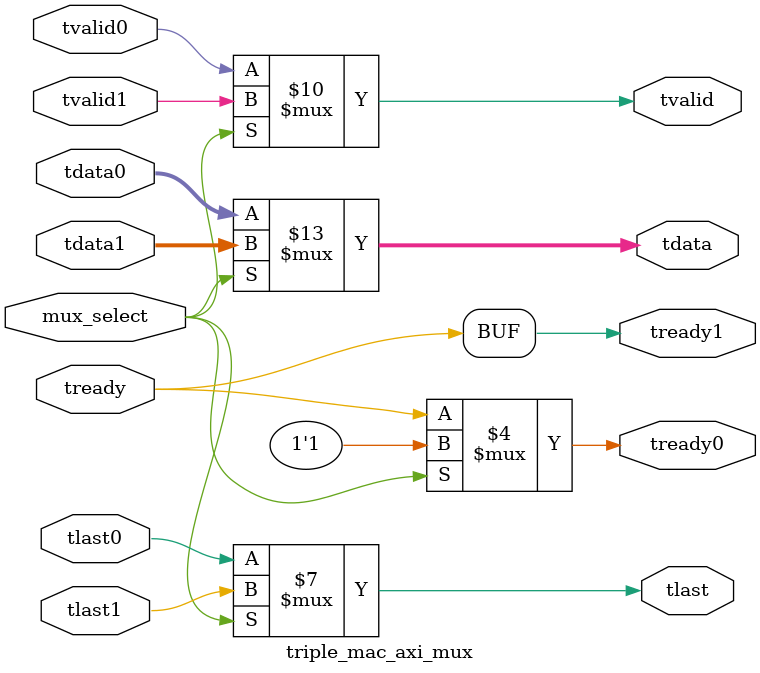
<source format=v>

`timescale 1 ps/1 ps

module triple_mac_axi_mux (
   input                   mux_select,

   // mux inputs
   input       [7:0]       tdata0,
   input                   tvalid0,
   input                   tlast0,
   output reg              tready0,
   
   input       [7:0]       tdata1,
   input                   tvalid1,
   input                   tlast1,
   output reg              tready1,
   
   // mux outputs
   output reg  [7:0]       tdata,
   output reg              tvalid,
   output reg              tlast,
   input                   tready
);

always @(mux_select or tdata0 or tvalid0 or tlast0 or tdata1 or 
         tvalid1 or tlast1)
begin
   if (mux_select) begin
      tdata    = tdata1;
      tvalid   = tvalid1;
      tlast    = tlast1;
   end
   else begin
      tdata    = tdata0;
      tvalid   = tvalid0;
      tlast    = tlast0;
   end
end

always @(mux_select or tready)
begin
   if (mux_select) begin
      tready0     = 1'b1;
   end
   else begin
      tready0     = tready;
   end
   tready1     = tready;
end

endmodule

</source>
